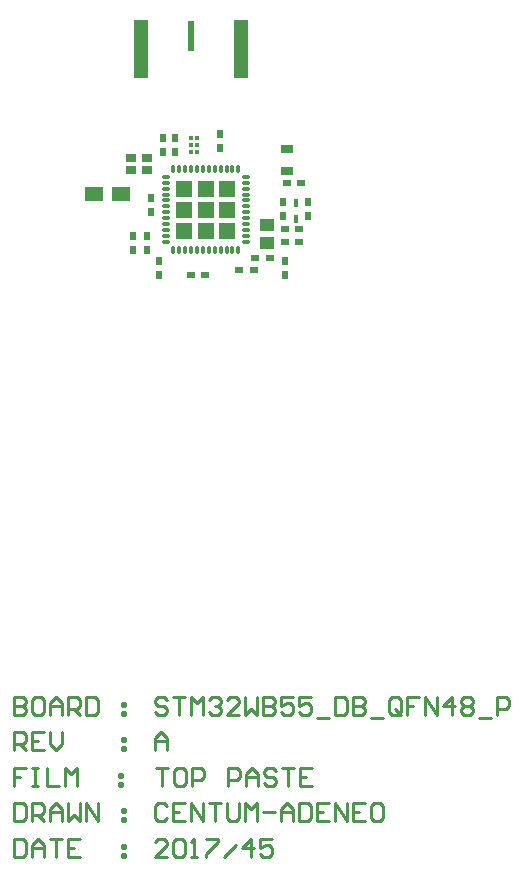
<source format=gtp>
G04 Layer_Color=8421504*
%FSLAX44Y44*%
%MOMM*%
G71*
G01*
G75*
%ADD10R,0.5080X0.6350*%
G04:AMPARAMS|DCode=12|XSize=0.6mm|YSize=0.3mm|CornerRadius=0mm|HoleSize=0mm|Usage=FLASHONLY|Rotation=270.000|XOffset=0mm|YOffset=0mm|HoleType=Round|Shape=Octagon|*
%AMOCTAGOND12*
4,1,8,-0.0750,-0.3000,0.0750,-0.3000,0.1500,-0.2250,0.1500,0.2250,0.0750,0.3000,-0.0750,0.3000,-0.1500,0.2250,-0.1500,-0.2250,-0.0750,-0.3000,0.0*
%
%ADD12OCTAGOND12*%

G04:AMPARAMS|DCode=14|XSize=0.6mm|YSize=0.3mm|CornerRadius=0mm|HoleSize=0mm|Usage=FLASHONLY|Rotation=180.000|XOffset=0mm|YOffset=0mm|HoleType=Round|Shape=Octagon|*
%AMOCTAGOND14*
4,1,8,-0.3000,0.0750,-0.3000,-0.0750,-0.2250,-0.1500,0.2250,-0.1500,0.3000,-0.0750,0.3000,0.0750,0.2250,0.1500,-0.2250,0.1500,-0.3000,0.0750,0.0*
%
%ADD14OCTAGOND14*%

%ADD15R,1.2000X4.9000*%
%ADD16R,0.5000X2.5000*%
%ADD17R,0.6350X0.5080*%
%ADD18R,1.5240X1.2700*%
%ADD19R,1.0000X0.8000*%
%ADD20R,0.8500X0.7500*%
%ADD21R,1.2500X1.0000*%
%ADD22R,0.3000X0.6500*%
%ADD23R,0.3000X0.3000*%
%ADD30C,0.2540*%
%ADD41R,1.4500X1.4500*%
D10*
X112240Y203710D02*
D03*
Y215690D02*
D03*
X229870Y182224D02*
D03*
Y194204D02*
D03*
X248920Y232516D02*
D03*
Y244496D02*
D03*
X115729Y235520D02*
D03*
Y247500D02*
D03*
X123100Y194290D02*
D03*
Y182310D02*
D03*
X174700Y290010D02*
D03*
Y301990D02*
D03*
X228092Y232262D02*
D03*
Y244242D02*
D03*
X136600Y298690D02*
D03*
Y286710D02*
D03*
X126500Y298790D02*
D03*
Y286810D02*
D03*
X100900Y215790D02*
D03*
Y203810D02*
D03*
D12*
X140006Y203882D02*
D03*
X135006D02*
D03*
X145006D02*
D03*
X150006D02*
D03*
X155006D02*
D03*
X160006D02*
D03*
X165006D02*
D03*
X170006D02*
D03*
X180006D02*
D03*
X185006D02*
D03*
X190006D02*
D03*
X135006Y271858D02*
D03*
X140006D02*
D03*
X145006D02*
D03*
X150006D02*
D03*
X155006D02*
D03*
X160006D02*
D03*
X165006D02*
D03*
X170006D02*
D03*
X175006D02*
D03*
X180006D02*
D03*
X185006D02*
D03*
X190006D02*
D03*
X175006Y203882D02*
D03*
D14*
X196474Y265478D02*
D03*
Y260478D02*
D03*
Y255478D02*
D03*
Y250478D02*
D03*
Y245478D02*
D03*
Y240478D02*
D03*
Y235478D02*
D03*
Y230478D02*
D03*
Y225478D02*
D03*
Y220478D02*
D03*
Y215478D02*
D03*
Y210407D02*
D03*
X128506Y265478D02*
D03*
Y260478D02*
D03*
Y255478D02*
D03*
Y250478D02*
D03*
Y245478D02*
D03*
Y240478D02*
D03*
Y235478D02*
D03*
Y230478D02*
D03*
Y225478D02*
D03*
Y220478D02*
D03*
Y215478D02*
D03*
Y210478D02*
D03*
D15*
X192500Y373380D02*
D03*
X107500D02*
D03*
D16*
X150000Y384810D02*
D03*
D17*
X190910Y186600D02*
D03*
X202890D02*
D03*
X231021Y259860D02*
D03*
X243000D02*
D03*
X161946Y182118D02*
D03*
X149966D02*
D03*
X229362Y221234D02*
D03*
X241341D02*
D03*
X229321Y210312D02*
D03*
X241300D02*
D03*
X216450Y196850D02*
D03*
X204470D02*
D03*
D18*
X90800Y250600D02*
D03*
X67940D02*
D03*
D19*
X231010Y270843D02*
D03*
Y288877D02*
D03*
D20*
X99394Y271050D02*
D03*
X112894D02*
D03*
Y281550D02*
D03*
X99394D02*
D03*
D21*
X214630Y224804D02*
D03*
Y209804D02*
D03*
D22*
X239014Y229724D02*
D03*
Y243224D02*
D03*
D23*
X155080Y292700D02*
D03*
Y286830D02*
D03*
Y298570D02*
D03*
X150080Y292700D02*
D03*
Y286830D02*
D03*
Y298570D02*
D03*
D30*
X120000Y-234765D02*
X130157D01*
X125078D01*
Y-250000D01*
X142853Y-234765D02*
X137774D01*
X135235Y-237304D01*
Y-247461D01*
X137774Y-250000D01*
X142853D01*
X145392Y-247461D01*
Y-237304D01*
X142853Y-234765D01*
X150470Y-250000D02*
Y-234765D01*
X158088D01*
X160627Y-237304D01*
Y-242383D01*
X158088Y-244922D01*
X150470D01*
X180940Y-250000D02*
Y-234765D01*
X188558D01*
X191097Y-237304D01*
Y-242383D01*
X188558Y-244922D01*
X180940D01*
X196175Y-250000D02*
Y-239843D01*
X201254Y-234765D01*
X206332Y-239843D01*
Y-250000D01*
Y-242383D01*
X196175D01*
X221567Y-237304D02*
X219028Y-234765D01*
X213950D01*
X211410Y-237304D01*
Y-239843D01*
X213950Y-242383D01*
X219028D01*
X221567Y-244922D01*
Y-247461D01*
X219028Y-250000D01*
X213950D01*
X211410Y-247461D01*
X226646Y-234765D02*
X236802D01*
X231724D01*
Y-250000D01*
X252037Y-234765D02*
X241881D01*
Y-250000D01*
X252037D01*
X241881Y-242383D02*
X246959D01*
X0Y-174765D02*
Y-190000D01*
X7617D01*
X10157Y-187461D01*
Y-184922D01*
X7617Y-182383D01*
X0D01*
X7617D01*
X10157Y-179843D01*
Y-177304D01*
X7617Y-174765D01*
X0D01*
X22853D02*
X17774D01*
X15235Y-177304D01*
Y-187461D01*
X17774Y-190000D01*
X22853D01*
X25392Y-187461D01*
Y-177304D01*
X22853Y-174765D01*
X30470Y-190000D02*
Y-179843D01*
X35549Y-174765D01*
X40627Y-179843D01*
Y-190000D01*
Y-182383D01*
X30470D01*
X45705Y-190000D02*
Y-174765D01*
X53323D01*
X55862Y-177304D01*
Y-182383D01*
X53323Y-184922D01*
X45705D01*
X50784D02*
X55862Y-190000D01*
X60940Y-174765D02*
Y-190000D01*
X68558D01*
X71097Y-187461D01*
Y-177304D01*
X68558Y-174765D01*
X60940D01*
X91410Y-179843D02*
X93950D01*
Y-182383D01*
X91410D01*
Y-179843D01*
Y-187461D02*
X93950D01*
Y-190000D01*
X91410D01*
Y-187461D01*
X129498Y-177304D02*
X126959Y-174765D01*
X121881D01*
X119341Y-177304D01*
Y-179843D01*
X121881Y-182383D01*
X126959D01*
X129498Y-184922D01*
Y-187461D01*
X126959Y-190000D01*
X121881D01*
X119341Y-187461D01*
X134577Y-174765D02*
X144733D01*
X139655D01*
Y-190000D01*
X149811D02*
Y-174765D01*
X154890Y-179843D01*
X159968Y-174765D01*
Y-190000D01*
X165047Y-177304D02*
X167586Y-174765D01*
X172664D01*
X175203Y-177304D01*
Y-179843D01*
X172664Y-182383D01*
X170125D01*
X172664D01*
X175203Y-184922D01*
Y-187461D01*
X172664Y-190000D01*
X167586D01*
X165047Y-187461D01*
X190438Y-190000D02*
X180282D01*
X190438Y-179843D01*
Y-177304D01*
X187899Y-174765D01*
X182821D01*
X180282Y-177304D01*
X195517Y-174765D02*
Y-190000D01*
X200595Y-184922D01*
X205674Y-190000D01*
Y-174765D01*
X210752D02*
Y-190000D01*
X218369D01*
X220909Y-187461D01*
Y-184922D01*
X218369Y-182383D01*
X210752D01*
X218369D01*
X220909Y-179843D01*
Y-177304D01*
X218369Y-174765D01*
X210752D01*
X236144D02*
X225987D01*
Y-182383D01*
X231065Y-179843D01*
X233604D01*
X236144Y-182383D01*
Y-187461D01*
X233604Y-190000D01*
X228526D01*
X225987Y-187461D01*
X251379Y-174765D02*
X241222D01*
Y-182383D01*
X246300Y-179843D01*
X248839D01*
X251379Y-182383D01*
Y-187461D01*
X248839Y-190000D01*
X243761D01*
X241222Y-187461D01*
X256457Y-192539D02*
X266614D01*
X271692Y-174765D02*
Y-190000D01*
X279310D01*
X281849Y-187461D01*
Y-177304D01*
X279310Y-174765D01*
X271692D01*
X286927D02*
Y-190000D01*
X294545D01*
X297084Y-187461D01*
Y-184922D01*
X294545Y-182383D01*
X286927D01*
X294545D01*
X297084Y-179843D01*
Y-177304D01*
X294545Y-174765D01*
X286927D01*
X302162Y-192539D02*
X312319D01*
X327554Y-187461D02*
Y-177304D01*
X325015Y-174765D01*
X319937D01*
X317397Y-177304D01*
Y-187461D01*
X319937Y-190000D01*
X325015D01*
X322476Y-184922D02*
X327554Y-190000D01*
X325015D02*
X327554Y-187461D01*
X342789Y-174765D02*
X332632D01*
Y-182383D01*
X337711D01*
X332632D01*
Y-190000D01*
X347868D02*
Y-174765D01*
X358024Y-190000D01*
Y-174765D01*
X370720Y-190000D02*
Y-174765D01*
X363103Y-182383D01*
X373259D01*
X378338Y-177304D02*
X380877Y-174765D01*
X385955D01*
X388494Y-177304D01*
Y-179843D01*
X385955Y-182383D01*
X388494Y-184922D01*
Y-187461D01*
X385955Y-190000D01*
X380877D01*
X378338Y-187461D01*
Y-184922D01*
X380877Y-182383D01*
X378338Y-179843D01*
Y-177304D01*
X380877Y-182383D02*
X385955D01*
X393573Y-192539D02*
X403729D01*
X408808Y-190000D02*
Y-174765D01*
X416425D01*
X418965Y-177304D01*
Y-182383D01*
X416425Y-184922D01*
X408808D01*
X0Y-220000D02*
Y-204765D01*
X7617D01*
X10157Y-207304D01*
Y-212383D01*
X7617Y-214922D01*
X0D01*
X5078D02*
X10157Y-220000D01*
X25392Y-204765D02*
X15235D01*
Y-220000D01*
X25392D01*
X15235Y-212383D02*
X20313D01*
X30470Y-204765D02*
Y-214922D01*
X35549Y-220000D01*
X40627Y-214922D01*
Y-204765D01*
X91410Y-209843D02*
X93950D01*
Y-212383D01*
X91410D01*
Y-209843D01*
Y-217461D02*
X93950D01*
Y-220000D01*
X91410D01*
Y-217461D01*
X119341Y-220000D02*
Y-209843D01*
X124420Y-204765D01*
X129498Y-209843D01*
Y-220000D01*
Y-212383D01*
X119341D01*
X10157Y-234765D02*
X0D01*
Y-242383D01*
X5078D01*
X0D01*
Y-250000D01*
X15235Y-234765D02*
X20313D01*
X17774D01*
Y-250000D01*
X15235D01*
X20313D01*
X27931Y-234765D02*
Y-250000D01*
X38088D01*
X43166D02*
Y-234765D01*
X48244Y-239843D01*
X53323Y-234765D01*
Y-250000D01*
X88871Y-239843D02*
X91410D01*
Y-242383D01*
X88871D01*
Y-239843D01*
Y-247461D02*
X91410D01*
Y-250000D01*
X88871D01*
Y-247461D01*
X0Y-264765D02*
Y-280000D01*
X7617D01*
X10157Y-277461D01*
Y-267304D01*
X7617Y-264765D01*
X0D01*
X15235Y-280000D02*
Y-264765D01*
X22853D01*
X25392Y-267304D01*
Y-272383D01*
X22853Y-274922D01*
X15235D01*
X20313D02*
X25392Y-280000D01*
X30470D02*
Y-269843D01*
X35549Y-264765D01*
X40627Y-269843D01*
Y-280000D01*
Y-272383D01*
X30470D01*
X45705Y-264765D02*
Y-280000D01*
X50784Y-274922D01*
X55862Y-280000D01*
Y-264765D01*
X60940Y-280000D02*
Y-264765D01*
X71097Y-280000D01*
Y-264765D01*
X91410Y-269843D02*
X93950D01*
Y-272383D01*
X91410D01*
Y-269843D01*
Y-277461D02*
X93950D01*
Y-280000D01*
X91410D01*
Y-277461D01*
X129498Y-267304D02*
X126959Y-264765D01*
X121881D01*
X119341Y-267304D01*
Y-277461D01*
X121881Y-280000D01*
X126959D01*
X129498Y-277461D01*
X144733Y-264765D02*
X134577D01*
Y-280000D01*
X144733D01*
X134577Y-272383D02*
X139655D01*
X149811Y-280000D02*
Y-264765D01*
X159968Y-280000D01*
Y-264765D01*
X165047D02*
X175203D01*
X170125D01*
Y-280000D01*
X180282Y-264765D02*
Y-277461D01*
X182821Y-280000D01*
X187899D01*
X190438Y-277461D01*
Y-264765D01*
X195517Y-280000D02*
Y-264765D01*
X200595Y-269843D01*
X205674Y-264765D01*
Y-280000D01*
X210752Y-272383D02*
X220909D01*
X225987Y-280000D02*
Y-269843D01*
X231065Y-264765D01*
X236144Y-269843D01*
Y-280000D01*
Y-272383D01*
X225987D01*
X241222Y-264765D02*
Y-280000D01*
X248839D01*
X251379Y-277461D01*
Y-267304D01*
X248839Y-264765D01*
X241222D01*
X266614D02*
X256457D01*
Y-280000D01*
X266614D01*
X256457Y-272383D02*
X261535D01*
X271692Y-280000D02*
Y-264765D01*
X281849Y-280000D01*
Y-264765D01*
X297084D02*
X286927D01*
Y-280000D01*
X297084D01*
X286927Y-272383D02*
X292006D01*
X309780Y-264765D02*
X304701D01*
X302162Y-267304D01*
Y-277461D01*
X304701Y-280000D01*
X309780D01*
X312319Y-277461D01*
Y-267304D01*
X309780Y-264765D01*
X0Y-294765D02*
Y-310000D01*
X7617D01*
X10157Y-307461D01*
Y-297304D01*
X7617Y-294765D01*
X0D01*
X15235Y-310000D02*
Y-299843D01*
X20313Y-294765D01*
X25392Y-299843D01*
Y-310000D01*
Y-302383D01*
X15235D01*
X30470Y-294765D02*
X40627D01*
X35549D01*
Y-310000D01*
X55862Y-294765D02*
X45705D01*
Y-310000D01*
X55862D01*
X45705Y-302383D02*
X50784D01*
X91410Y-299843D02*
X93950D01*
Y-302383D01*
X91410D01*
Y-299843D01*
Y-307461D02*
X93950D01*
Y-310000D01*
X91410D01*
Y-307461D01*
X129498Y-310000D02*
X119341D01*
X129498Y-299843D01*
Y-297304D01*
X126959Y-294765D01*
X121881D01*
X119341Y-297304D01*
X134577D02*
X137116Y-294765D01*
X142194D01*
X144733Y-297304D01*
Y-307461D01*
X142194Y-310000D01*
X137116D01*
X134577Y-307461D01*
Y-297304D01*
X149811Y-310000D02*
X154890D01*
X152351D01*
Y-294765D01*
X149811Y-297304D01*
X162507Y-294765D02*
X172664D01*
Y-297304D01*
X162507Y-307461D01*
Y-310000D01*
X177743D02*
X187899Y-299843D01*
X200595Y-310000D02*
Y-294765D01*
X192978Y-302383D01*
X203134D01*
X218369Y-294765D02*
X208213D01*
Y-302383D01*
X213291Y-299843D01*
X215830D01*
X218369Y-302383D01*
Y-307461D01*
X215830Y-310000D01*
X210752D01*
X208213Y-307461D01*
D41*
X144324Y255500D02*
D03*
X162358D02*
D03*
X180160D02*
D03*
Y237720D02*
D03*
X162358D02*
D03*
X144324D02*
D03*
X180170Y219982D02*
D03*
X162368D02*
D03*
X144334D02*
D03*
M02*

</source>
